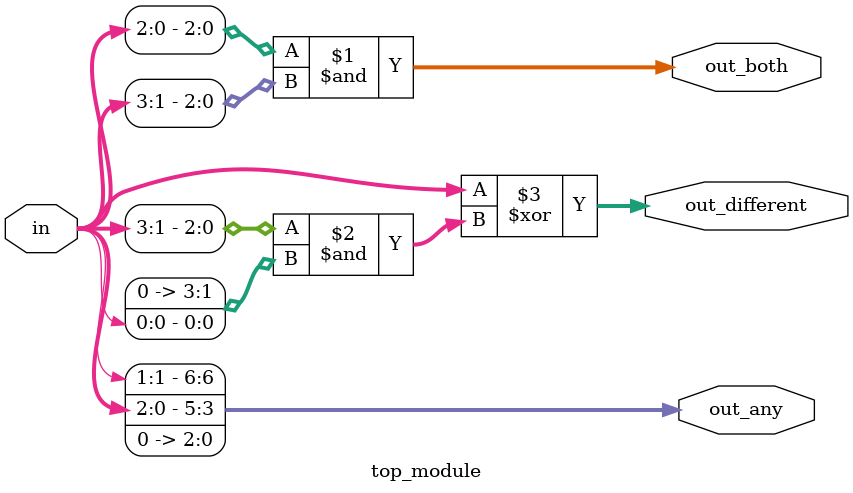
<source format=sv>
module top_module (
    input [3:0] in,
    output [2:0] out_both,
    output [6:0] out_any,
    output [3:0] out_different
);
    
    assign out_both = in[2:0] & in[3:1];
    assign out_any = {in[3:1], in[2:0], 3'b000};
    assign out_different = in ^ (in[3:1] & {1'b0, in[0]});
    
endmodule

</source>
